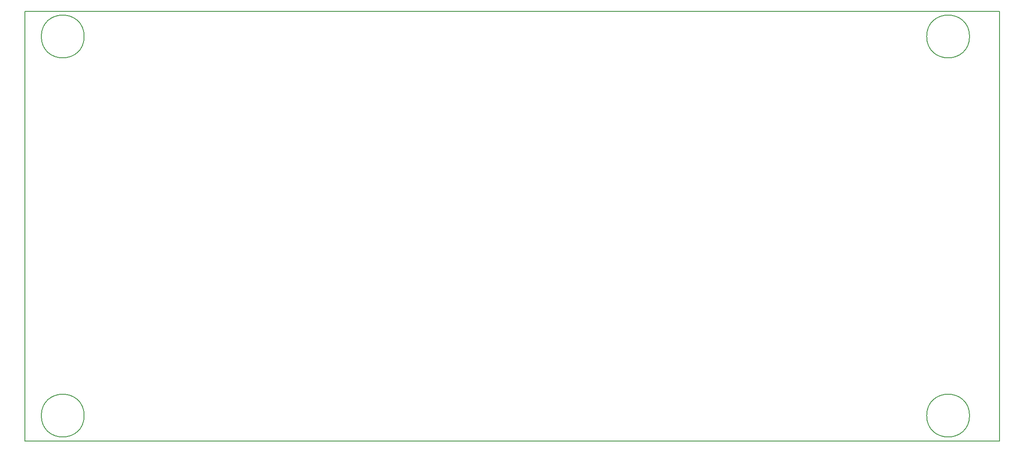
<source format=gbr>
%TF.GenerationSoftware,KiCad,Pcbnew,7.0.7*%
%TF.CreationDate,2023-09-25T16:49:46+02:00*%
%TF.ProjectId,GradientAmplifierFilter_V1,47726164-6965-46e7-9441-6d706c696669,rev?*%
%TF.SameCoordinates,Original*%
%TF.FileFunction,Legend,Bot*%
%TF.FilePolarity,Positive*%
%FSLAX46Y46*%
G04 Gerber Fmt 4.6, Leading zero omitted, Abs format (unit mm)*
G04 Created by KiCad (PCBNEW 7.0.7) date 2023-09-25 16:49:46*
%MOMM*%
%LPD*%
G01*
G04 APERTURE LIST*
%TA.AperFunction,Profile*%
%ADD10C,0.150000*%
%TD*%
G04 APERTURE END LIST*
D10*
X-14990000Y-23690000D02*
X180590000Y-23690000D01*
X180590000Y-110050000D01*
X-14990000Y-110050000D01*
X-14990000Y-23690000D01*
X-3070000Y-28770000D02*
G75*
G03*
X-3070000Y-28770000I-4300000J0D01*
G01*
X174600000Y-104970000D02*
G75*
G03*
X174600000Y-104970000I-4300000J0D01*
G01*
X174600000Y-28770000D02*
G75*
G03*
X174600000Y-28770000I-4300000J0D01*
G01*
X-3070000Y-104970000D02*
G75*
G03*
X-3070000Y-104970000I-4300000J0D01*
G01*
M02*

</source>
